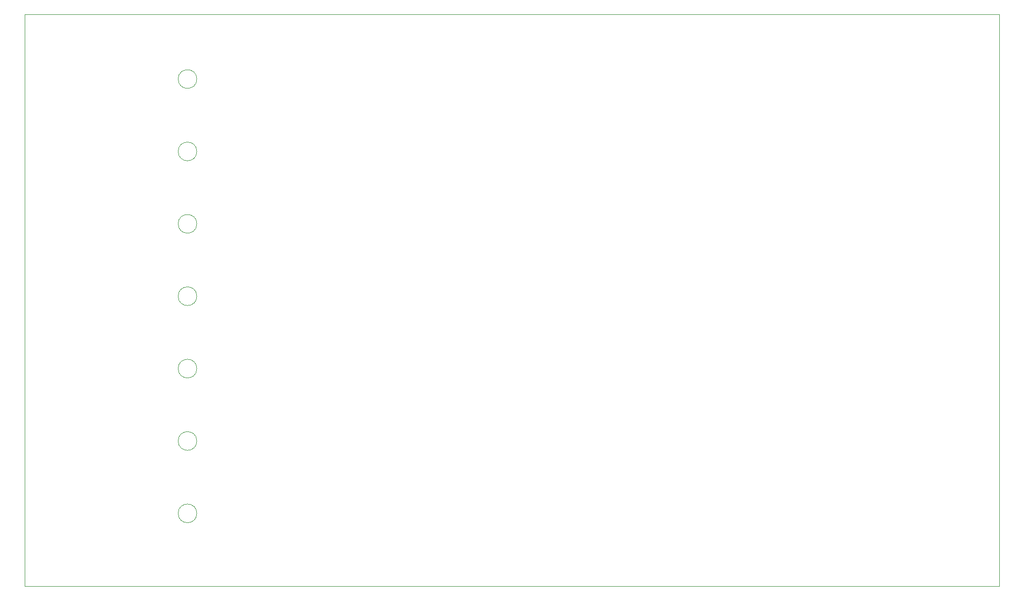
<source format=gbr>
%TF.GenerationSoftware,KiCad,Pcbnew,(6.0.8-1)-1*%
%TF.CreationDate,2023-06-16T18:58:08-04:00*%
%TF.ProjectId,Untitled,556e7469-746c-4656-942e-6b696361645f,rev?*%
%TF.SameCoordinates,Original*%
%TF.FileFunction,Profile,NP*%
%FSLAX46Y46*%
G04 Gerber Fmt 4.6, Leading zero omitted, Abs format (unit mm)*
G04 Created by KiCad (PCBNEW (6.0.8-1)-1) date 2023-06-16 18:58:08*
%MOMM*%
%LPD*%
G01*
G04 APERTURE LIST*
%TA.AperFunction,Profile*%
%ADD10C,0.100000*%
%TD*%
G04 APERTURE END LIST*
D10*
X75200000Y-56400000D02*
G75*
G03*
X75200000Y-56400000I-1600000J0D01*
G01*
X75200000Y-118400000D02*
G75*
G03*
X75200000Y-118400000I-1600000J0D01*
G01*
X75200000Y-106000000D02*
G75*
G03*
X75200000Y-106000000I-1600000J0D01*
G01*
X45720000Y-32920000D02*
X212640000Y-32920000D01*
X212640000Y-32920000D02*
X212640000Y-130910000D01*
X212640000Y-130910000D02*
X45720000Y-130910000D01*
X45720000Y-130910000D02*
X45720000Y-32920000D01*
X75200000Y-68800000D02*
G75*
G03*
X75200000Y-68800000I-1600000J0D01*
G01*
X75200000Y-81200000D02*
G75*
G03*
X75200000Y-81200000I-1600000J0D01*
G01*
X75200000Y-93600000D02*
G75*
G03*
X75200000Y-93600000I-1600000J0D01*
G01*
X75200000Y-44000000D02*
G75*
G03*
X75200000Y-44000000I-1600000J0D01*
G01*
M02*

</source>
